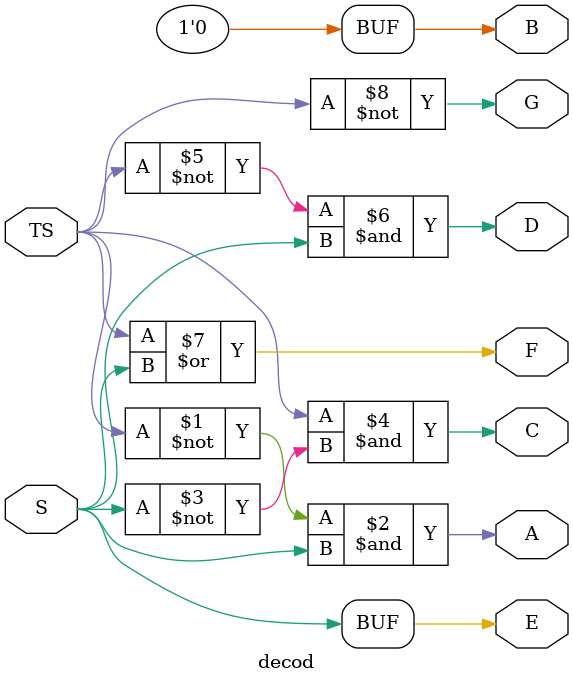
<source format=v>
/*
Nomes: Pedro Augusto, Tulio Horta
Projeto: decodificador
Data: 29/09/2022
*/

module decod (TS,S,A,B,C,D,E,F,G);

	input TS,S;
	output A,B,C,D,E,F,G;
	
	assign A = ~TS & S;
	assign B = 0;
	assign C = TS & ~S;
	assign D = ~TS & S;
	assign E = (S);
	assign F = (TS | S);
	assign G = (~TS);
	
endmodule
</source>
